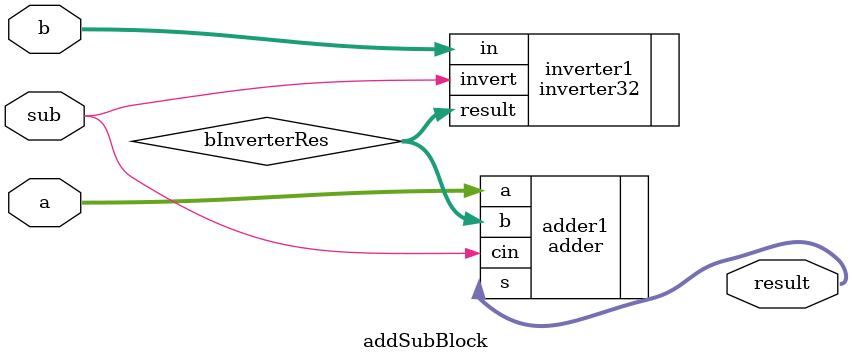
<source format=v>
module addSubBlock(output[31:0] result, input[31:0] a, input[31:0] b, input sub);

wire[31:0] bInverterRes;
inverter32 inverter1(.result(bInverterRes), .in(b), .invert(sub));
adder adder1(.s(result), .a(a), .b(bInverterRes), .cin(sub));

endmodule
</source>
